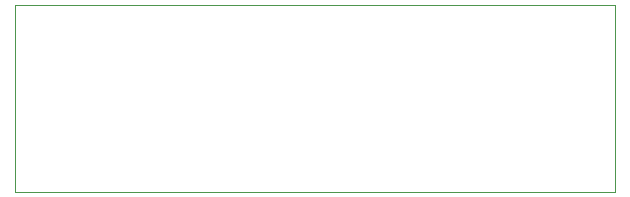
<source format=gbr>
%TF.GenerationSoftware,Altium Limited,Altium Designer,23.10.1 (27)*%
G04 Layer_Color=0*
%FSLAX45Y45*%
%MOMM*%
%TF.SameCoordinates,D187A3F4-093A-4DDC-863C-0592D449728B*%
%TF.FilePolarity,Positive*%
%TF.FileFunction,Profile,NP*%
%TF.Part,Single*%
G01*
G75*
%TA.AperFunction,Profile*%
%ADD71C,0.02540*%
D71*
X0Y0D02*
Y1587500D01*
X5080000D01*
Y0D01*
X0D01*
%TF.MD5,463baf5b245306eaae5c75712cd7361c*%
M02*

</source>
